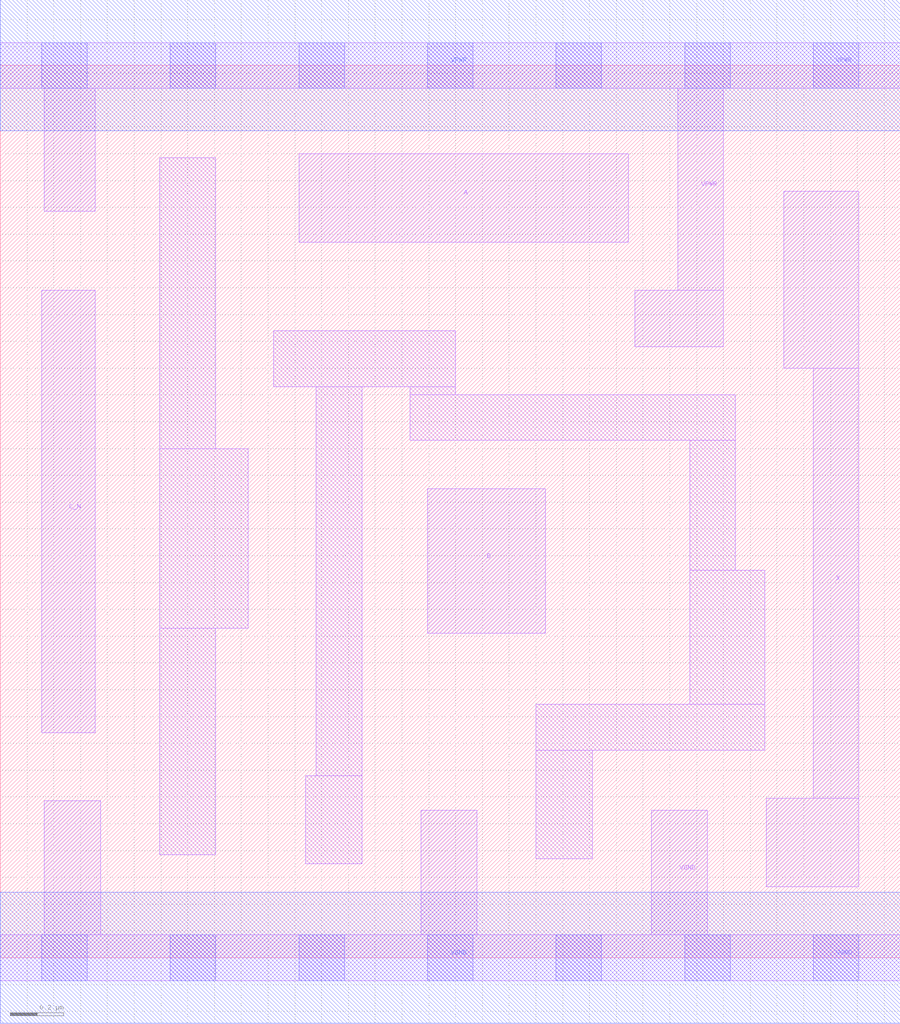
<source format=lef>
# Copyright 2020 The SkyWater PDK Authors
#
# Licensed under the Apache License, Version 2.0 (the "License");
# you may not use this file except in compliance with the License.
# You may obtain a copy of the License at
#
#     https://www.apache.org/licenses/LICENSE-2.0
#
# Unless required by applicable law or agreed to in writing, software
# distributed under the License is distributed on an "AS IS" BASIS,
# WITHOUT WARRANTIES OR CONDITIONS OF ANY KIND, either express or implied.
# See the License for the specific language governing permissions and
# limitations under the License.
#
# SPDX-License-Identifier: Apache-2.0

VERSION 5.7 ;
  NAMESCASESENSITIVE ON ;
  NOWIREEXTENSIONATPIN ON ;
  DIVIDERCHAR "/" ;
  BUSBITCHARS "[]" ;
UNITS
  DATABASE MICRONS 200 ;
END UNITS
MACRO sky130_fd_sc_lp__or3b_m
  CLASS CORE ;
  SOURCE USER ;
  FOREIGN sky130_fd_sc_lp__or3b_m ;
  ORIGIN  0.000000  0.000000 ;
  SIZE  3.360000 BY  3.330000 ;
  SYMMETRY X Y R90 ;
  SITE unit ;
  PIN A
    ANTENNAGATEAREA  0.126000 ;
    DIRECTION INPUT ;
    USE SIGNAL ;
    PORT
      LAYER li1 ;
        RECT 1.115000 2.670000 2.345000 3.000000 ;
    END
  END A
  PIN B
    ANTENNAGATEAREA  0.126000 ;
    DIRECTION INPUT ;
    USE SIGNAL ;
    PORT
      LAYER li1 ;
        RECT 1.595000 1.210000 2.035000 1.750000 ;
    END
  END B
  PIN C_N
    ANTENNAGATEAREA  0.126000 ;
    DIRECTION INPUT ;
    USE SIGNAL ;
    PORT
      LAYER li1 ;
        RECT 0.155000 0.840000 0.355000 2.490000 ;
    END
  END C_N
  PIN X
    ANTENNADIFFAREA  0.231000 ;
    DIRECTION OUTPUT ;
    USE SIGNAL ;
    PORT
      LAYER li1 ;
        RECT 2.860000 0.265000 3.205000 0.595000 ;
        RECT 2.925000 2.200000 3.205000 2.860000 ;
        RECT 3.035000 0.595000 3.205000 2.200000 ;
    END
  END X
  PIN VGND
    DIRECTION INOUT ;
    USE GROUND ;
    PORT
      LAYER li1 ;
        RECT 0.000000 -0.085000 3.360000 0.085000 ;
        RECT 0.165000  0.085000 0.375000 0.585000 ;
        RECT 1.570000  0.085000 1.780000 0.550000 ;
        RECT 2.430000  0.085000 2.640000 0.550000 ;
      LAYER mcon ;
        RECT 0.155000 -0.085000 0.325000 0.085000 ;
        RECT 0.635000 -0.085000 0.805000 0.085000 ;
        RECT 1.115000 -0.085000 1.285000 0.085000 ;
        RECT 1.595000 -0.085000 1.765000 0.085000 ;
        RECT 2.075000 -0.085000 2.245000 0.085000 ;
        RECT 2.555000 -0.085000 2.725000 0.085000 ;
        RECT 3.035000 -0.085000 3.205000 0.085000 ;
      LAYER met1 ;
        RECT 0.000000 -0.245000 3.360000 0.245000 ;
    END
  END VGND
  PIN VPWR
    DIRECTION INOUT ;
    USE POWER ;
    PORT
      LAYER li1 ;
        RECT 0.000000 3.245000 3.360000 3.415000 ;
        RECT 0.165000 2.785000 0.355000 3.245000 ;
        RECT 2.370000 2.280000 2.700000 2.490000 ;
        RECT 2.530000 2.490000 2.700000 3.245000 ;
      LAYER mcon ;
        RECT 0.155000 3.245000 0.325000 3.415000 ;
        RECT 0.635000 3.245000 0.805000 3.415000 ;
        RECT 1.115000 3.245000 1.285000 3.415000 ;
        RECT 1.595000 3.245000 1.765000 3.415000 ;
        RECT 2.075000 3.245000 2.245000 3.415000 ;
        RECT 2.555000 3.245000 2.725000 3.415000 ;
        RECT 3.035000 3.245000 3.205000 3.415000 ;
      LAYER met1 ;
        RECT 0.000000 3.085000 3.360000 3.575000 ;
    END
  END VPWR
  OBS
    LAYER li1 ;
      RECT 0.595000 0.385000 0.805000 1.230000 ;
      RECT 0.595000 1.230000 0.925000 1.900000 ;
      RECT 0.595000 1.900000 0.805000 2.985000 ;
      RECT 1.020000 2.130000 1.700000 2.340000 ;
      RECT 1.140000 0.350000 1.350000 0.680000 ;
      RECT 1.180000 0.680000 1.350000 2.130000 ;
      RECT 1.530000 1.930000 2.745000 2.100000 ;
      RECT 1.530000 2.100000 1.700000 2.130000 ;
      RECT 2.000000 0.370000 2.210000 0.775000 ;
      RECT 2.000000 0.775000 2.855000 0.945000 ;
      RECT 2.575000 0.945000 2.855000 1.445000 ;
      RECT 2.575000 1.445000 2.745000 1.930000 ;
  END
END sky130_fd_sc_lp__or3b_m

</source>
